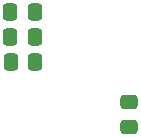
<source format=gbr>
G04 #@! TF.GenerationSoftware,KiCad,Pcbnew,6.0.2-378541a8eb~116~ubuntu20.04.1*
G04 #@! TF.CreationDate,2022-02-17T23:44:55+01:00*
G04 #@! TF.ProjectId,minimig-arm-controller-0805,6d696e69-6d69-4672-9d61-726d2d636f6e,rev?*
G04 #@! TF.SameCoordinates,Original*
G04 #@! TF.FileFunction,Paste,Bot*
G04 #@! TF.FilePolarity,Positive*
%FSLAX46Y46*%
G04 Gerber Fmt 4.6, Leading zero omitted, Abs format (unit mm)*
G04 Created by KiCad (PCBNEW 6.0.2-378541a8eb~116~ubuntu20.04.1) date 2022-02-17 23:44:55*
%MOMM*%
%LPD*%
G01*
G04 APERTURE LIST*
G04 Aperture macros list*
%AMRoundRect*
0 Rectangle with rounded corners*
0 $1 Rounding radius*
0 $2 $3 $4 $5 $6 $7 $8 $9 X,Y pos of 4 corners*
0 Add a 4 corners polygon primitive as box body*
4,1,4,$2,$3,$4,$5,$6,$7,$8,$9,$2,$3,0*
0 Add four circle primitives for the rounded corners*
1,1,$1+$1,$2,$3*
1,1,$1+$1,$4,$5*
1,1,$1+$1,$6,$7*
1,1,$1+$1,$8,$9*
0 Add four rect primitives between the rounded corners*
20,1,$1+$1,$2,$3,$4,$5,0*
20,1,$1+$1,$4,$5,$6,$7,0*
20,1,$1+$1,$6,$7,$8,$9,0*
20,1,$1+$1,$8,$9,$2,$3,0*%
G04 Aperture macros list end*
%ADD10RoundRect,0.250000X-0.337500X-0.475000X0.337500X-0.475000X0.337500X0.475000X-0.337500X0.475000X0*%
%ADD11RoundRect,0.250000X0.337500X0.475000X-0.337500X0.475000X-0.337500X-0.475000X0.337500X-0.475000X0*%
%ADD12RoundRect,0.250000X-0.475000X0.337500X-0.475000X-0.337500X0.475000X-0.337500X0.475000X0.337500X0*%
G04 APERTURE END LIST*
D10*
G04 #@! TO.C,C3*
X133907500Y-44430000D03*
X131832500Y-44430000D03*
G04 #@! TD*
D11*
G04 #@! TO.C,C15*
X133927500Y-48660000D03*
X131852500Y-48660000D03*
G04 #@! TD*
D12*
G04 #@! TO.C,C17*
X141890000Y-52082500D03*
X141890000Y-54157500D03*
G04 #@! TD*
D10*
G04 #@! TO.C,C14*
X133917500Y-46550000D03*
X131842500Y-46550000D03*
G04 #@! TD*
M02*

</source>
